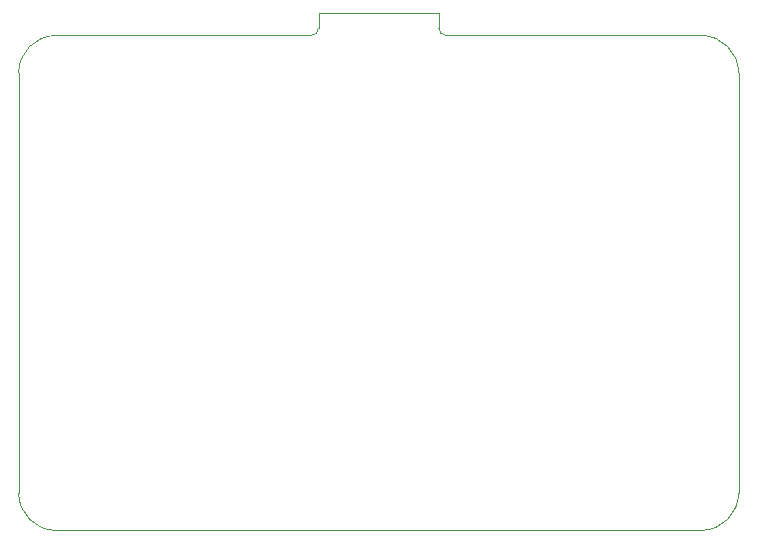
<source format=gbr>
G04 #@! TF.GenerationSoftware,KiCad,Pcbnew,5.1.2*
G04 #@! TF.CreationDate,2019-05-02T19:13:18+02:00*
G04 #@! TF.ProjectId,pcb,7063622e-6b69-4636-9164-5f7063625858,rev?*
G04 #@! TF.SameCoordinates,Original*
G04 #@! TF.FileFunction,Profile,NP*
%FSLAX46Y46*%
G04 Gerber Fmt 4.6, Leading zero omitted, Abs format (unit mm)*
G04 Created by KiCad (PCBNEW 5.1.2) date 2019-05-02 19:13:18*
%MOMM*%
%LPD*%
G04 APERTURE LIST*
%ADD10C,0.100000*%
G04 APERTURE END LIST*
D10*
X189230000Y-122555000D02*
G75*
G02X186055000Y-125730000I-3175000J0D01*
G01*
X186055000Y-83820000D02*
G75*
G02X189230000Y-86995000I0J-3175000D01*
G01*
X128270000Y-86995000D02*
G75*
G02X131445000Y-83820000I3175000J0D01*
G01*
X131445000Y-125730000D02*
G75*
G02X128270000Y-122555000I0J3175000D01*
G01*
X153670000Y-83185000D02*
G75*
G02X153035000Y-83820000I-635000J0D01*
G01*
X153670000Y-81915000D02*
X153670000Y-83185000D01*
X163830000Y-81915000D02*
X153670000Y-81915000D01*
X163830000Y-83185000D02*
X163830000Y-81915000D01*
X164465000Y-83820000D02*
G75*
G02X163830000Y-83185000I0J635000D01*
G01*
X131445000Y-83820000D02*
X153035000Y-83820000D01*
X189230000Y-122555000D02*
X189230000Y-86995000D01*
X164465000Y-83820000D02*
X186055000Y-83820000D01*
X128270000Y-122555000D02*
X128270000Y-86995000D01*
X131445000Y-125730000D02*
X186055000Y-125730000D01*
M02*

</source>
